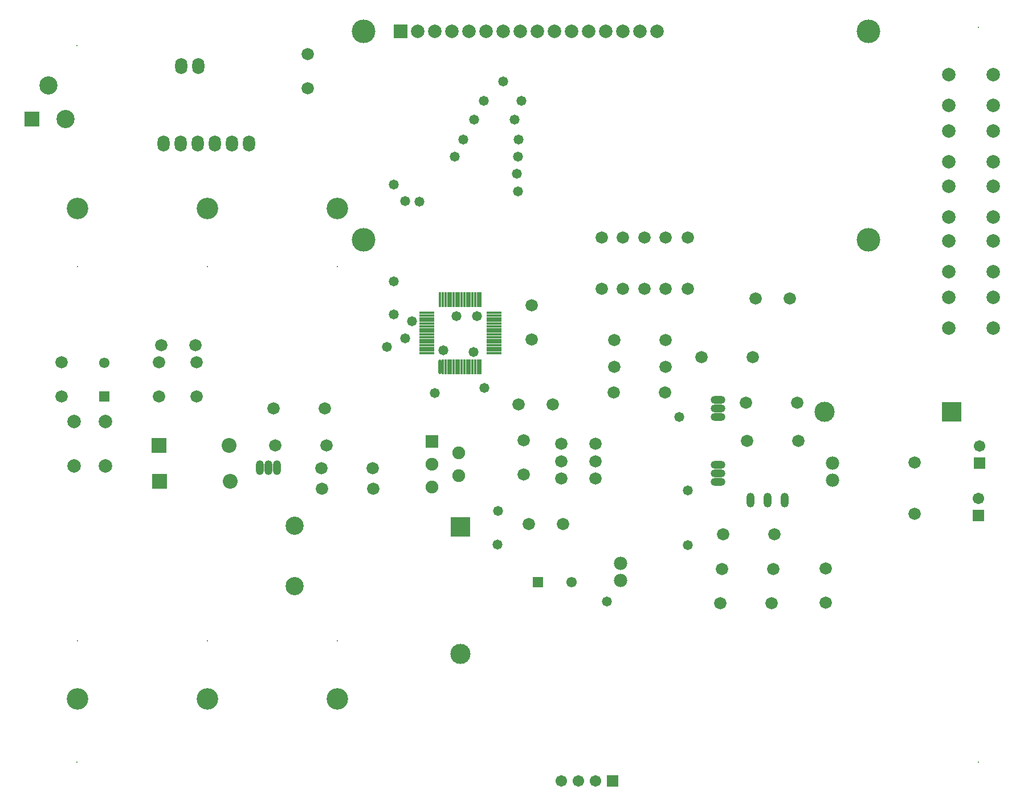
<source format=gts>
%FSLAX25Y25*%
%MOIN*%
G70*
G01*
G75*
G04 Layer_Color=8388736*
%ADD10R,0.00906X0.07874*%
%ADD11R,0.07874X0.00906*%
%ADD12O,0.00906X0.07874*%
%ADD13C,0.01000*%
%ADD14C,0.01575*%
%ADD15C,0.03937*%
%ADD16C,0.02362*%
%ADD17C,0.01969*%
%ADD18C,0.07087*%
%ADD19C,0.06400*%
%ADD20C,0.06693*%
%ADD21R,0.06693X0.06693*%
%ADD22C,0.11811*%
%ADD23C,0.07087*%
%ADD24R,0.07087X0.07087*%
%ADD25C,0.05906*%
%ADD26R,0.05906X0.05906*%
%ADD27O,0.06299X0.08661*%
%ADD28C,0.09843*%
%ADD29R,0.05906X0.05906*%
%ADD30C,0.05315*%
%ADD31R,0.05315X0.05315*%
%ADD32R,0.11024X0.11024*%
%ADD33C,0.11024*%
%ADD34C,0.07000*%
%ADD35O,0.07874X0.03937*%
%ADD36O,0.07874X0.03937*%
%ADD37R,0.05315X0.05315*%
%ADD38O,0.03937X0.07874*%
%ADD39O,0.03937X0.07874*%
%ADD40C,0.07874*%
%ADD41R,0.07874X0.07874*%
%ADD42R,0.11024X0.11024*%
%ADD43C,0.05000*%
%ADD44C,0.12992*%
%ADD45C,0.02953*%
%ADD46C,0.00984*%
%ADD47C,0.00600*%
%ADD48C,0.00394*%
%ADD49C,0.00787*%
%ADD50C,0.00500*%
%ADD51C,0.00591*%
%ADD52R,0.22047X0.03150*%
%ADD53R,0.03150X0.11024*%
%ADD54R,0.03150X0.22047*%
%ADD55R,0.01706X0.08674*%
%ADD56R,0.08674X0.01706*%
%ADD57O,0.01706X0.08674*%
%ADD58C,0.07887*%
%ADD59C,0.00800*%
%ADD60C,0.07200*%
%ADD61C,0.07493*%
%ADD62R,0.07493X0.07493*%
%ADD63C,0.12611*%
%ADD64C,0.07887*%
%ADD65R,0.07887X0.07887*%
%ADD66C,0.06706*%
%ADD67R,0.06706X0.06706*%
%ADD68O,0.07099X0.09461*%
%ADD69C,0.10642*%
%ADD70R,0.06706X0.06706*%
%ADD71C,0.06115*%
%ADD72R,0.06115X0.06115*%
%ADD73R,0.11824X0.11824*%
%ADD74C,0.11824*%
%ADD75C,0.07800*%
%ADD76O,0.08674X0.04737*%
%ADD77O,0.08674X0.04737*%
%ADD78R,0.06115X0.06115*%
%ADD79O,0.04737X0.08674*%
%ADD80O,0.04737X0.08674*%
%ADD81C,0.08674*%
%ADD82R,0.08674X0.08674*%
%ADD83R,0.11824X0.11824*%
%ADD84C,0.05800*%
%ADD85C,0.13792*%
D55*
X422000Y406370D02*
D03*
X423575D02*
D03*
X425150D02*
D03*
X426724D02*
D03*
X428299D02*
D03*
X429874D02*
D03*
X431449D02*
D03*
X433024D02*
D03*
X434598D02*
D03*
X436173D02*
D03*
X437748D02*
D03*
X439323D02*
D03*
X440898D02*
D03*
X442472D02*
D03*
X444047D02*
D03*
X445622D02*
D03*
Y367000D02*
D03*
X444047D02*
D03*
X442472D02*
D03*
X440898D02*
D03*
X439323D02*
D03*
X437748D02*
D03*
X436173D02*
D03*
X434598D02*
D03*
X433024D02*
D03*
X431449D02*
D03*
X429874D02*
D03*
X428299D02*
D03*
X426724D02*
D03*
X425150D02*
D03*
X423575D02*
D03*
D56*
X453496Y398496D02*
D03*
Y396921D02*
D03*
Y395346D02*
D03*
Y393772D02*
D03*
Y392197D02*
D03*
Y390622D02*
D03*
Y389047D02*
D03*
Y387472D02*
D03*
Y385898D02*
D03*
Y384323D02*
D03*
Y382748D02*
D03*
Y381173D02*
D03*
Y379598D02*
D03*
Y378024D02*
D03*
Y376449D02*
D03*
Y374874D02*
D03*
X414126D02*
D03*
Y376449D02*
D03*
Y378024D02*
D03*
Y379598D02*
D03*
Y381173D02*
D03*
Y382748D02*
D03*
Y384323D02*
D03*
Y385898D02*
D03*
Y387472D02*
D03*
Y389047D02*
D03*
Y390622D02*
D03*
Y392197D02*
D03*
Y393772D02*
D03*
Y395346D02*
D03*
Y396921D02*
D03*
Y398496D02*
D03*
D57*
X422000Y367000D02*
D03*
D58*
X226055Y334992D02*
D03*
X207945D02*
D03*
X226055Y309008D02*
D03*
X207945D02*
D03*
X719508Y440555D02*
D03*
Y422445D02*
D03*
X745492Y440555D02*
D03*
Y422445D02*
D03*
X719508Y472555D02*
D03*
Y454445D02*
D03*
X745492Y472555D02*
D03*
Y454445D02*
D03*
X719508Y505055D02*
D03*
Y486945D02*
D03*
X745492Y505055D02*
D03*
Y486945D02*
D03*
X719508Y538055D02*
D03*
Y519945D02*
D03*
X745492Y538055D02*
D03*
Y519945D02*
D03*
X719508Y407555D02*
D03*
Y389445D02*
D03*
X745492Y407555D02*
D03*
Y389445D02*
D03*
D59*
X737000Y135500D02*
D03*
Y565500D02*
D03*
X209500Y135500D02*
D03*
Y555000D02*
D03*
X210000Y425437D02*
D03*
X285945Y425476D02*
D03*
X361890D02*
D03*
Y206500D02*
D03*
X285945D02*
D03*
X210000D02*
D03*
D60*
X699500Y311000D02*
D03*
Y281000D02*
D03*
X344500Y530000D02*
D03*
Y550000D02*
D03*
X474000Y275000D02*
D03*
X494000D02*
D03*
X605000Y372500D02*
D03*
X575000D02*
D03*
X471000Y324000D02*
D03*
Y304000D02*
D03*
X606500Y407000D02*
D03*
X626500D02*
D03*
X468000Y345000D02*
D03*
X488000D02*
D03*
X513000Y311500D02*
D03*
X493000D02*
D03*
X259000Y379500D02*
D03*
X279000D02*
D03*
X513000Y322000D02*
D03*
X493000D02*
D03*
X475500Y403000D02*
D03*
Y383000D02*
D03*
X279500Y349500D02*
D03*
Y369500D02*
D03*
X257500Y349500D02*
D03*
Y369500D02*
D03*
X647500Y229000D02*
D03*
Y249000D02*
D03*
X601500Y323500D02*
D03*
X631500D02*
D03*
X601000Y346000D02*
D03*
X631000D02*
D03*
X200500Y349500D02*
D03*
Y369500D02*
D03*
X616000Y228500D02*
D03*
X586000D02*
D03*
X354500Y342500D02*
D03*
X324500D02*
D03*
X524000Y367000D02*
D03*
X554000D02*
D03*
Y382500D02*
D03*
X524000D02*
D03*
X325500Y321000D02*
D03*
X355500D02*
D03*
X617000Y248500D02*
D03*
X587000D02*
D03*
X617500Y269000D02*
D03*
X587500D02*
D03*
X567000Y412500D02*
D03*
Y442500D02*
D03*
X382500Y307500D02*
D03*
X352500D02*
D03*
X383000Y295500D02*
D03*
X353000D02*
D03*
X541500Y442500D02*
D03*
Y412500D02*
D03*
X529000Y442500D02*
D03*
Y412500D02*
D03*
X516500Y442500D02*
D03*
Y412500D02*
D03*
X553500Y352000D02*
D03*
X523500D02*
D03*
X554000Y442500D02*
D03*
Y412500D02*
D03*
X513000Y301500D02*
D03*
X493000D02*
D03*
D61*
X417126Y296614D02*
D03*
X432874Y303307D02*
D03*
X417126Y310000D02*
D03*
X432874Y316693D02*
D03*
D62*
X417126Y323386D02*
D03*
D63*
X210000Y459492D02*
D03*
X285945D02*
D03*
X361890D02*
D03*
Y172484D02*
D03*
X285945D02*
D03*
X210000D02*
D03*
D64*
X548996Y563390D02*
D03*
X538996D02*
D03*
X528996D02*
D03*
X518996D02*
D03*
X508996D02*
D03*
X498996D02*
D03*
X488996D02*
D03*
X478996D02*
D03*
X468996D02*
D03*
X458996D02*
D03*
X448996D02*
D03*
X438996D02*
D03*
X428996D02*
D03*
X418996D02*
D03*
X408996D02*
D03*
D65*
X398996D02*
D03*
D66*
X493000Y124500D02*
D03*
X503000D02*
D03*
X513000D02*
D03*
X737500Y320500D02*
D03*
X737000Y290000D02*
D03*
D67*
X523000Y124500D02*
D03*
D68*
X310201Y497484D02*
D03*
X290201D02*
D03*
X280201D02*
D03*
X270201D02*
D03*
X260201D02*
D03*
X300201D02*
D03*
X270437Y542760D02*
D03*
X280437D02*
D03*
D69*
X337000Y238500D02*
D03*
Y273933D02*
D03*
X192972Y531685D02*
D03*
X202815Y512000D02*
D03*
D70*
X737500Y310500D02*
D03*
X737000Y280000D02*
D03*
D71*
X498842Y241000D02*
D03*
X225500Y369342D02*
D03*
D72*
X479157Y241000D02*
D03*
D73*
X434000Y273087D02*
D03*
D74*
Y198913D02*
D03*
X646913Y340500D02*
D03*
D75*
X651500Y310500D02*
D03*
Y300500D02*
D03*
X527500Y252000D02*
D03*
Y242000D02*
D03*
D76*
X584500Y347500D02*
D03*
Y337500D02*
D03*
Y309500D02*
D03*
Y299500D02*
D03*
D77*
Y342500D02*
D03*
Y304500D02*
D03*
D78*
X225500Y349658D02*
D03*
D79*
X623500Y289000D02*
D03*
X326500Y308000D02*
D03*
X316500D02*
D03*
D80*
X613500Y289000D02*
D03*
X603500D02*
D03*
X321500Y308000D02*
D03*
D81*
X298590Y321000D02*
D03*
X299091Y300000D02*
D03*
D82*
X257410Y321000D02*
D03*
X257909Y300000D02*
D03*
X183130Y512000D02*
D03*
D83*
X721087Y340500D02*
D03*
D84*
X519500Y229500D02*
D03*
X567000Y262500D02*
D03*
Y294500D02*
D03*
X562000Y337500D02*
D03*
X458996Y534004D02*
D03*
X469500Y522500D02*
D03*
X447500D02*
D03*
X465500Y511500D02*
D03*
X442000D02*
D03*
X468000Y500000D02*
D03*
X435500D02*
D03*
X467500Y490000D02*
D03*
X430500D02*
D03*
X467000Y480000D02*
D03*
X467500Y469500D02*
D03*
X391000Y378500D02*
D03*
X395000Y397500D02*
D03*
Y473500D02*
D03*
Y417000D02*
D03*
X401500Y383500D02*
D03*
Y464000D02*
D03*
X410000Y463500D02*
D03*
X424000Y376500D02*
D03*
X419000Y351500D02*
D03*
X431500Y396500D02*
D03*
X443500D02*
D03*
X448000Y354500D02*
D03*
X456000Y282500D02*
D03*
X455500Y263000D02*
D03*
X405500Y393500D02*
D03*
X441500Y375500D02*
D03*
D85*
X377343Y441342D02*
D03*
X672618D02*
D03*
Y563390D02*
D03*
X377343D02*
D03*
M02*

</source>
